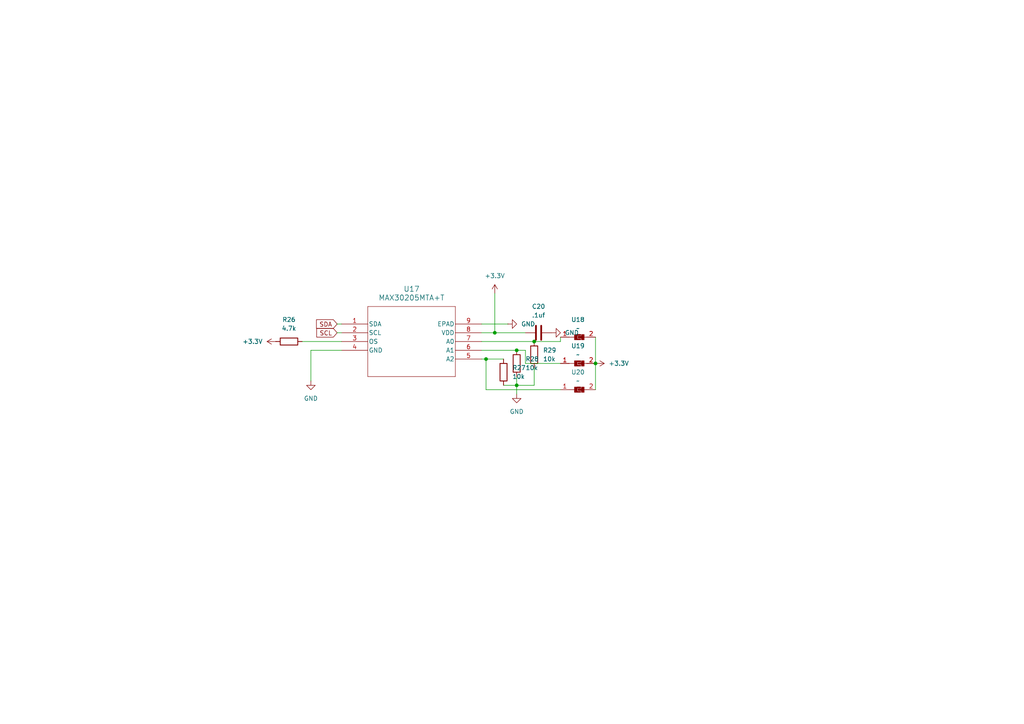
<source format=kicad_sch>
(kicad_sch (version 20250114) (generator "eeschema") (generator_version "9.0")
  (paper "A4")
  (lib_symbols
    (symbol "2025-12-11_18-48-45:MAX30205MTA+T" (pin_names (offset 0.254))
      (property "Reference" "U" (at 20.32 10.16 0))
      (property "Value" "MAX30205MTA+T" (at 20.32 7.62 0))
      (symbol "MAX30205MTA+T_0_1"
        (polyline (pts (xy 7.62 5.08) (xy 7.62 -15.24)) (stroke (width 0.127)))
        (polyline (pts (xy 7.62 -15.24) (xy 33.02 -15.24)) (stroke (width 0.127)))
        (polyline (pts (xy 33.02 5.08) (xy 7.62 5.08)) (stroke (width 0.127)))
        (polyline (pts (xy 33.02 -15.24) (xy 33.02 5.08)) (stroke (width 0.127)))
        (pin unspecified line (at 0 0 0) (length 7.62) (name "SDA") (number "1"))
        (pin unspecified line (at 0 -2.54 0) (length 7.62) (name "SCL") (number "2"))
        (pin unspecified line (at 0 -5.08 0) (length 7.62) (name "OS") (number "3"))
        (pin power_out line (at 0 -7.62 0) (length 7.62) (name "GND") (number "4"))
        (pin unspecified line (at 40.64 0 180) (length 7.62) (name "EPAD") (number "9"))
        (pin power_in line (at 40.64 -2.54 180) (length 7.62) (name "VDD") (number "8"))
        (pin bidirectional line (at 40.64 -5.08 180) (length 7.62) (name "A0") (number "7"))
        (pin bidirectional line (at 40.64 -7.62 180) (length 7.62) (name "A1") (number "6"))
        (pin bidirectional line (at 40.64 -10.16 180) (length 7.62) (name "A2") (number "5"))
      )
    )
    (symbol "Custom:OpenJumper"
      (property "Reference" "U" (at 0 0 0))
      (symbol "OpenJumper_0_1"
        (polyline (pts (xy -2.54 -2.54) (xy -1.016 -2.54)))
        (polyline (pts (xy 2.54 -2.54) (xy 1.778 -2.54)))
      )
      (symbol "OpenJumper_1_1"
        (polyline (pts (xy -1.016 -1.778) (xy -1.016 -3.302) (xy 0.762 -3.302) (xy 0.762 -3.048) (xy -0.254 -3.048) (xy -0.254 -2.032) (xy 0.762 -2.032) (xy 0.762 -1.778) (xy -1.016 -1.778)) (fill (type outline)))
        (rectangle (start -0.254 -1.778) (end 0.762 -2.032) (fill (type outline)))
        (polyline (pts (xy 1.778 -2.54) (xy 1.778 -1.778) (xy 1.016 -1.778) (xy 1.016 -2.286) (xy 0 -2.286) (xy 0 -2.794) (xy 1.016 -2.794) (xy 1.016 -3.302) (xy 1.778 -3.302) (xy 1.778 -2.54)) (fill (type outline)))
        (pin passive line (at -5.08 -2.54 0) (length 2.54) (name "") (number "1"))
        (pin passive line (at 5.08 -2.54 180) (length 2.54) (name "") (number "2"))
      )
    )
    (symbol "Device:C" (pin_numbers (hide yes)) (pin_names (offset 0.254))
      (property "Reference" "C" (at 0.635 2.54 0))
      (property "Value" "C" (at 0.635 -2.54 0))
      (symbol "C_0_1"
        (polyline (pts (xy -2.032 0.762) (xy 2.032 0.762)) (stroke (width 0.508)))
        (polyline (pts (xy -2.032 -0.762) (xy 2.032 -0.762)) (stroke (width 0.508)))
      )
      (symbol "C_1_1"
        (pin passive line (at 0 3.81 270) (length 2.794) (name "~") (number "1"))
        (pin passive line (at 0 -3.81 90) (length 2.794) (name "~") (number "2"))
      )
    )
    (symbol "Device:R" (pin_numbers (hide yes)) (pin_names (offset 0))
      (property "Reference" "R" (at 2.032 0 90))
      (property "Value" "R" (at 0 0 90))
      (symbol "R_0_1"
        (rectangle (start -1.016 -2.54) (end 1.016 2.54) (stroke (width 0.254)))
      )
      (symbol "R_1_1"
        (pin passive line (at 0 3.81 270) (length 1.27) (name "~") (number "1"))
        (pin passive line (at 0 -3.81 90) (length 1.27) (name "~") (number "2"))
      )
    )
    (symbol "power:+3.3V" (power) (pin_numbers (hide yes)) (pin_names (offset 0) (hide yes))
      (property "Value" "+3.3V" (at 0 3.556 0))
      (symbol "+3.3V_0_1"
        (polyline (pts (xy -0.762 1.27) (xy 0 2.54)))
        (polyline (pts (xy 0 2.54) (xy 0.762 1.27)))
        (polyline (pts (xy 0 0) (xy 0 2.54)))
      )
      (symbol "+3.3V_1_1"
        (pin power_in line (at 0 0 90) (length 0) (name "~") (number "1"))
      )
    )
    (symbol "power:GND" (power) (pin_numbers (hide yes)) (pin_names (offset 0) (hide yes))
      (property "Value" "GND" (at 0 -3.81 0))
      (symbol "GND_0_1"
        (polyline (pts (xy 0 0) (xy 0 -1.27) (xy 1.27 -1.27) (xy 0 -2.54) (xy -1.27 -1.27) (xy 0 -1.27)))
      )
      (symbol "GND_1_1"
        (pin power_in line (at 0 0 270) (length 0) (name "~") (number "1"))
      )
    )
  )
  (junction (at 154.94 99.06))
  (junction (at 172.72 105.41))
  (junction (at 149.86 101.6))
  (junction (at 143.51 96.52))
  (junction (at 149.86 111.76))
  (junction (at 140.97 104.14))
  (wire (pts (xy 154.94 106.68) (xy 154.94 111.76)))
  (wire (pts (xy 140.97 104.14) (xy 140.97 113.03)))
  (wire (pts (xy 162.56 99.06) (xy 162.56 97.79)))
  (wire (pts (xy 90.17 101.6) (xy 90.17 110.49)))
  (wire (pts (xy 172.72 105.41) (xy 172.72 113.03)))
  (wire (pts (xy 152.4 105.41) (xy 162.56 105.41)))
  (wire (pts (xy 139.7 96.52) (xy 143.51 96.52)))
  (wire (pts (xy 149.86 111.76) (xy 154.94 111.76)))
  (wire (pts (xy 97.79 93.98) (xy 99.06 93.98)))
  (wire (pts (xy 139.7 99.06) (xy 154.94 99.06)))
  (wire (pts (xy 152.4 101.6) (xy 152.4 105.41)))
  (wire (pts (xy 99.06 101.6) (xy 90.17 101.6)))
  (wire (pts (xy 143.51 85.09) (xy 143.51 96.52)))
  (wire (pts (xy 97.79 96.52) (xy 99.06 96.52)))
  (wire (pts (xy 149.86 109.22) (xy 149.86 111.76)))
  (wire (pts (xy 149.86 101.6) (xy 139.7 101.6)))
  (wire (pts (xy 87.63 99.06) (xy 99.06 99.06)))
  (wire (pts (xy 154.94 99.06) (xy 162.56 99.06)))
  (wire (pts (xy 139.7 93.98) (xy 147.32 93.98)))
  (wire (pts (xy 140.97 104.14) (xy 139.7 104.14)))
  (wire (pts (xy 146.05 104.14) (xy 140.97 104.14)))
  (wire (pts (xy 143.51 96.52) (xy 152.4 96.52)))
  (wire (pts (xy 172.72 97.79) (xy 172.72 105.41)))
  (wire (pts (xy 149.86 101.6) (xy 152.4 101.6)))
  (wire (pts (xy 140.97 113.03) (xy 162.56 113.03)))
  (wire (pts (xy 149.86 111.76) (xy 149.86 114.3)))
  (wire (pts (xy 146.05 111.76) (xy 149.86 111.76)))
  (global_label "SCL" (shape input) (at 97.79 96.52 180) (property "Intersheetrefs" "${INTERSHEET_REFS}" (effects (hide yes))))
  (global_label "SDA" (shape input) (at 97.79 93.98 180) (property "Intersheetrefs" "${INTERSHEET_REFS}" (effects (hide yes))))
  (symbol (lib_id "Custom:OpenJumper") (at 167.64 95.25 0) (unit 1)
    (property "Reference" "U18" (at 167.64 92.71 0))
    (property "Value" "~" (at 167.64 95.25 0))
  )
  (symbol (lib_id "2025-12-11_18-48-45:MAX30205MTA+T") (at 99.06 93.98 0) (unit 1)
    (property "Reference" "U17" (at 119.38 83.82 0) (effects (font (size 1.524 1.524))))
    (property "Value" "MAX30205MTA+T" (at 119.38 86.36 0) (effects (font (size 1.524 1.524))))
    (property "Footprint" "21-0137_T833+2_MXM" (effects (hide yes)))
    (property "Datasheet" "MAX30205MTA+T" (effects (hide yes)))
  )
  (symbol (lib_id "power:GND") (at 149.86 114.3 0) (unit 1)
    (property "Reference" "#PWR078" (effects (hide yes)))
    (property "Value" "GND" (at 149.86 119.38 0))
    (property "Description" "Power symbol creates a global label with name \"GND\" , ground" (effects (hide yes)))
  )
  (symbol (lib_id "power:GND") (at 147.32 93.98 90) (unit 1)
    (property "Reference" "#PWR077" (effects (hide yes)))
    (property "Value" "GND" (at 151.13 93.9799 90) (effects (justify right)))
    (property "Description" "Power symbol creates a global label with name \"GND\" , ground" (effects (hide yes)))
  )
  (symbol (lib_id "Device:R") (at 146.05 107.95 0) (unit 1)
    (property "Reference" "R27" (at 148.59 106.6799 0) (effects (justify left)))
    (property "Value" "10k" (at 148.59 109.2199 0) (effects (justify left)))
    (property "Description" "Resistor" (effects (hide yes)))
  )
  (symbol (lib_id "Device:C") (at 156.21 96.52 90) (unit 1)
    (property "Reference" "C20" (at 156.21 88.9 90))
    (property "Value" ".1uf" (at 156.21 91.44 90))
    (property "Footprint" "Capacitor_SMD:C_01005_0402Metric" (effects (hide yes)))
    (property "Description" "Unpolarized capacitor" (effects (hide yes)))
  )
  (symbol (lib_id "power:+3.3V") (at 172.72 105.41 270) (unit 1)
    (property "Reference" "#PWR080" (effects (hide yes)))
    (property "Value" "+3.3V" (at 176.53 105.4099 90) (effects (justify left)))
    (property "Description" "Power symbol creates a global label with name \"+3.3V\"" (effects (hide yes)))
  )
  (symbol (lib_id "power:+3.3V") (at 143.51 85.09 0) (unit 1)
    (property "Reference" "#PWR076" (effects (hide yes)))
    (property "Value" "+3.3V" (at 143.51 80.01 0))
    (property "Description" "Power symbol creates a global label with name \"+3.3V\"" (effects (hide yes)))
  )
  (symbol (lib_id "Device:R") (at 154.94 102.87 180) (unit 1)
    (property "Reference" "R29" (at 157.48 101.5999 0) (effects (justify right)))
    (property "Value" "10k" (at 157.48 104.1399 0) (effects (justify right)))
    (property "Description" "Resistor" (effects (hide yes)))
  )
  (symbol (lib_id "power:GND") (at 90.17 110.49 0) (unit 1)
    (property "Reference" "#PWR075" (effects (hide yes)))
    (property "Value" "GND" (at 90.17 115.57 0))
    (property "Description" "Power symbol creates a global label with name \"GND\" , ground" (effects (hide yes)))
  )
  (symbol (lib_id "Device:R") (at 149.86 105.41 0) (unit 1)
    (property "Reference" "R28" (at 152.4 104.1399 0) (effects (justify left)))
    (property "Value" "10k" (at 152.4 106.6799 0) (effects (justify left)))
    (property "Description" "Resistor" (effects (hide yes)))
  )
  (symbol (lib_id "Custom:OpenJumper") (at 167.64 102.87 0) (unit 1)
    (property "Reference" "U19" (at 167.64 100.33 0))
    (property "Value" "~" (at 167.64 102.87 0))
  )
  (symbol (lib_id "power:GND") (at 160.02 96.52 90) (unit 1)
    (property "Reference" "#PWR079" (effects (hide yes)))
    (property "Value" "GND" (at 163.83 96.5199 90) (effects (justify right)))
    (property "Description" "Power symbol creates a global label with name \"GND\" , ground" (effects (hide yes)))
  )
  (symbol (lib_id "power:+3.3V") (at 80.01 99.06 90) (unit 1)
    (property "Reference" "#PWR074" (effects (hide yes)))
    (property "Value" "+3.3V" (at 76.2 99.0599 90) (effects (justify left)))
    (property "Description" "Power symbol creates a global label with name \"+3.3V\"" (effects (hide yes)))
  )
  (symbol (lib_id "Device:R") (at 83.82 99.06 90) (unit 1)
    (property "Reference" "R26" (at 83.82 92.71 90))
    (property "Value" "4.7k" (at 83.82 95.25 90))
    (property "Description" "Resistor" (effects (hide yes)))
  )
  (symbol (lib_id "Custom:OpenJumper") (at 167.64 110.49 0) (unit 1)
    (property "Reference" "U20" (at 167.64 107.95 0))
    (property "Value" "~" (at 167.64 110.49 0))
  )
)
</source>
